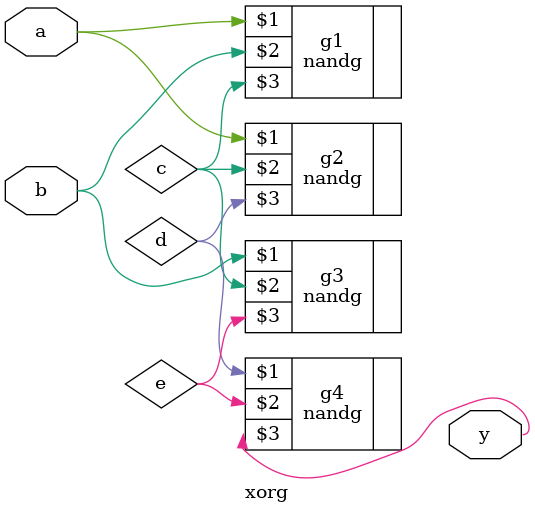
<source format=v>
`ifndef nandg
  `include "src/nandg.v"
`endif

`define xorg 1

module xorg (input a, input b, output y);
  wire c, d, e;

  nandg g1 (a, b, c);
  nandg g2 (a, c, d);
  nandg g3 (b, c, e);
  nandg g4 (d, e, y);
endmodule

</source>
